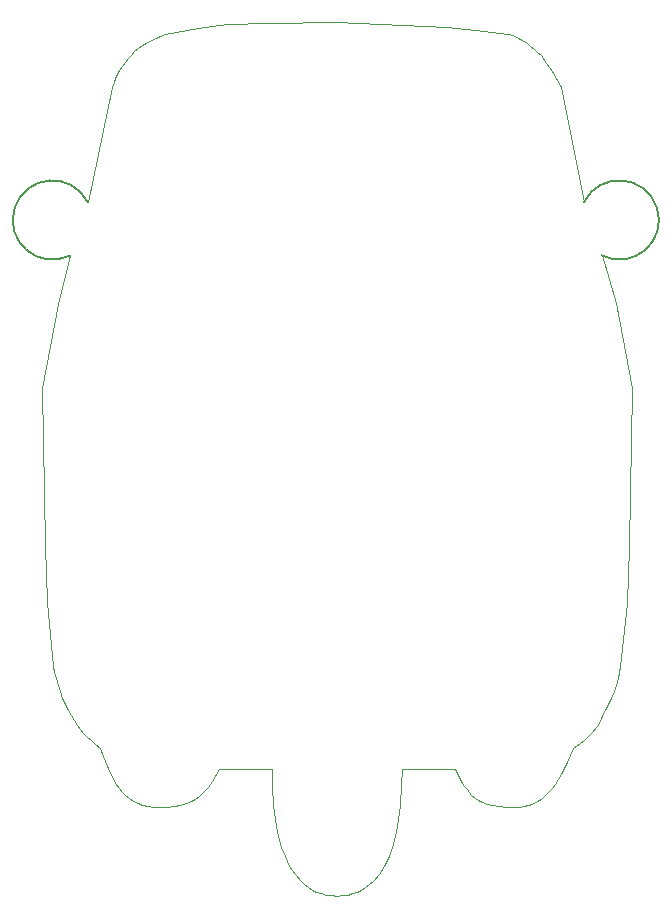
<source format=gm1>
%TF.GenerationSoftware,KiCad,Pcbnew,4.1.0-alpha+201608101232+7015~46~ubuntu16.04.1-product*%
%TF.CreationDate,2016-08-12T11:53:56+05:30*%
%TF.ProjectId,makerauto,6D616B65726175746F2E6B696361645F,rev?*%
%TF.FileFunction,Profile,NP*%
%FSLAX46Y46*%
G04 Gerber Fmt 4.6, Leading zero omitted, Abs format (unit mm)*
G04 Created by KiCad (PCBNEW 4.1.0-alpha+201608101232+7015~46~ubuntu16.04.1-product) date Fri Aug 12 11:53:56 2016*
%MOMM*%
%LPD*%
G01*
G04 APERTURE LIST*
%ADD10C,0.050800*%
%ADD11C,0.150000*%
%ADD12C,0.100000*%
G04 APERTURE END LIST*
D10*
D11*
X79000000Y-78500000D02*
G75*
G03X77500000Y-83000000I-3000000J-1500000D01*
G01*
X122500000Y-83000000D02*
G75*
G03X121000000Y-78500000I1500000J3000000D01*
G01*
D12*
X86848500Y-129525600D02*
X86318500Y-129635600D01*
X94578440Y-126475600D02*
X90078440Y-126475600D01*
X85738400Y-129705600D02*
X85078500Y-129725600D01*
X104098470Y-134665600D02*
X103648440Y-135365400D01*
X99158421Y-137115400D02*
X98748426Y-137005600D01*
X94948460Y-131295600D02*
X94708440Y-129525600D01*
X88428400Y-128785600D02*
X88108500Y-129015600D01*
X100998430Y-137115400D02*
X100548440Y-137175600D01*
X95388460Y-133055600D02*
X95138460Y-132185600D01*
X97038470Y-135975600D02*
X96508460Y-135365400D01*
X90078440Y-126475600D02*
X89538470Y-127485600D01*
X89368430Y-127755600D02*
X89178440Y-128025600D01*
X76078500Y-117725600D02*
X75558500Y-112315500D01*
X76168500Y-118245600D02*
X76078500Y-117725600D01*
X76298500Y-118785600D02*
X76168500Y-118245600D01*
X76458500Y-119335400D02*
X76298500Y-118785600D01*
X76648500Y-119895600D02*
X76458500Y-119335400D01*
X76858500Y-120445600D02*
X76648500Y-119895600D01*
X77088500Y-120975600D02*
X76858500Y-120445600D01*
X77328500Y-121475600D02*
X77088500Y-120975600D01*
X77578500Y-121935600D02*
X77328500Y-121475600D01*
X78098500Y-122735600D02*
X77578500Y-121935600D01*
X78358500Y-123095600D02*
X78098500Y-122735600D01*
X78638500Y-123425600D02*
X78358500Y-123095600D01*
X78928500Y-123755600D02*
X78638500Y-123425600D01*
X79268500Y-124065600D02*
X78928500Y-123755600D01*
X79648500Y-124395600D02*
X79268500Y-124065600D01*
X80078500Y-124725600D02*
X79648500Y-124395600D01*
X80468500Y-125835400D02*
X80078500Y-124725600D01*
X80888500Y-126815600D02*
X80468500Y-125835400D01*
X81118500Y-127265600D02*
X80888500Y-126815600D01*
X81348500Y-127675600D02*
X81118500Y-127265600D01*
X81608500Y-128055600D02*
X81348500Y-127675600D01*
X81878500Y-128395600D02*
X81608500Y-128055600D01*
X82178500Y-128695600D02*
X81878500Y-128395600D01*
X82498500Y-128965600D02*
X82178500Y-128695600D01*
X82838500Y-129195600D02*
X82498500Y-128965600D01*
X95138460Y-132185600D02*
X94948460Y-131295600D01*
X122018500Y-122945600D02*
X121698500Y-123355600D01*
X122178500Y-122715600D02*
X122018500Y-122945600D01*
X122318500Y-122475600D02*
X122178500Y-122715600D01*
X122458500Y-122215600D02*
X122318500Y-122475600D01*
X122578500Y-121935600D02*
X122458500Y-122215600D01*
X122828500Y-121475600D02*
X122578500Y-121935600D01*
X123068500Y-120975600D02*
X122828500Y-121475600D01*
X123308500Y-120445600D02*
X123068500Y-120975600D01*
X123518500Y-119895600D02*
X123308500Y-120445600D01*
X123708500Y-119335400D02*
X123518500Y-119895600D01*
X123868500Y-118785600D02*
X123708500Y-119335400D01*
X123998500Y-118245600D02*
X123868500Y-118785600D01*
X124078500Y-117725600D02*
X123998500Y-118245600D01*
X124618500Y-112435500D02*
X124078500Y-117725600D01*
X124828500Y-107575500D02*
X124618500Y-112435500D01*
X125098500Y-94225510D02*
X124828500Y-107575500D01*
X123728500Y-87045600D02*
X125098500Y-94225510D01*
X122500000Y-83000000D02*
X123728500Y-87045600D01*
X119068500Y-68755600D02*
X121000000Y-78500000D01*
X118268500Y-67365400D02*
X119068500Y-68755600D01*
X117828500Y-66695600D02*
X118268500Y-67365400D01*
X117338500Y-66065600D02*
X117828500Y-66695600D01*
X117068500Y-65765600D02*
X117338500Y-66065600D01*
X116778500Y-65485600D02*
X117068500Y-65765600D01*
X116478500Y-65225600D02*
X116778500Y-65485600D01*
X116148500Y-64975600D02*
X116478500Y-65225600D01*
X115798500Y-64755600D02*
X116148500Y-64975600D01*
X115418500Y-64555600D02*
X115798500Y-64755600D01*
X115008500Y-64375600D02*
X115418500Y-64555600D01*
X114578500Y-64225600D02*
X115008500Y-64375600D01*
X111818500Y-63875600D02*
X114578500Y-64225600D01*
X101408420Y-137005600D02*
X100998430Y-137115400D01*
X102508460Y-136485600D02*
X102168460Y-136695600D01*
X100548440Y-137175600D02*
X100078450Y-137195600D01*
X83218500Y-129385600D02*
X82838500Y-129195600D01*
X89538470Y-127485600D02*
X89368430Y-127755600D01*
X98358453Y-136865400D02*
X97988440Y-136695600D01*
X102828440Y-136245600D02*
X102508460Y-136485600D01*
X97328440Y-136245600D02*
X97038470Y-135975600D01*
X103648440Y-135365400D02*
X103118430Y-135975600D01*
X104768440Y-133055600D02*
X104468430Y-133885600D01*
X105208440Y-131295600D02*
X105018440Y-132185600D01*
X88958400Y-128295600D02*
X88708400Y-128545600D01*
X87738400Y-129215600D02*
X87318500Y-129385600D01*
X99608453Y-137175600D02*
X99158421Y-137115400D01*
X94708440Y-129525600D02*
X94598470Y-127865400D01*
X100078450Y-137195600D02*
X99608453Y-137175600D01*
X103118430Y-135975600D02*
X102828440Y-136245600D01*
X105448460Y-129525600D02*
X105208440Y-131295600D01*
X105558430Y-127865400D02*
X105448460Y-129525600D01*
X109388500Y-63655600D02*
X111818500Y-63875600D01*
X100078450Y-63265600D02*
X109388500Y-63655600D01*
X94228460Y-63295600D02*
X100078450Y-63265600D01*
X90768440Y-63435600D02*
X94228460Y-63295600D01*
X89508460Y-63565600D02*
X90768440Y-63435600D01*
X88338400Y-63725600D02*
X89508460Y-63565600D01*
X85578400Y-64225600D02*
X88338400Y-63725600D01*
X85148400Y-64385600D02*
X85578400Y-64225600D01*
X84738500Y-64565600D02*
X85148400Y-64385600D01*
X84348500Y-64755600D02*
X84738500Y-64565600D01*
X83968500Y-64975600D02*
X84348500Y-64755600D01*
X83608500Y-65205600D02*
X83968500Y-64975600D01*
X83268500Y-65455600D02*
X83608500Y-65205600D01*
X82948500Y-65725600D02*
X83268500Y-65455600D01*
X82648500Y-66005600D02*
X82948500Y-65725600D01*
X82368500Y-66295600D02*
X82648500Y-66005600D01*
X82118500Y-66605600D02*
X82368500Y-66295600D01*
X81878500Y-66935600D02*
X82118500Y-66605600D01*
X81668500Y-67265600D02*
X81878500Y-66935600D01*
X81488500Y-67615400D02*
X81668500Y-67265600D01*
X81328500Y-67975600D02*
X81488500Y-67615400D01*
X81188500Y-68345600D02*
X81328500Y-67975600D01*
X81078500Y-68725600D02*
X81188500Y-68345600D01*
X79000000Y-78500000D02*
X81078500Y-68725600D01*
X76448500Y-87135600D02*
X77500000Y-83000000D01*
X75098500Y-94225510D02*
X76448500Y-87135600D01*
X75348500Y-107475510D02*
X75098500Y-94225510D01*
X75558500Y-112315500D02*
X75348500Y-107475510D01*
X95688420Y-133885600D02*
X95388460Y-133055600D01*
X97648440Y-136485600D02*
X97328440Y-136245600D01*
X96508460Y-135365400D02*
X96058430Y-134665600D01*
X87318500Y-129385600D02*
X86848500Y-129525600D01*
X89178440Y-128025600D02*
X88958400Y-128295600D01*
X88108500Y-129015600D02*
X87738400Y-129215600D01*
X84078500Y-129635600D02*
X83628500Y-129535600D01*
X110078400Y-126475600D02*
X105578440Y-126475600D01*
X85078500Y-129725600D02*
X84558500Y-129705600D01*
X96058430Y-134665600D02*
X95688420Y-133885600D01*
X110078400Y-126475600D02*
X110078400Y-126475600D01*
X110718400Y-127645600D02*
X110078400Y-126475600D01*
X110888500Y-127925600D02*
X110718400Y-127645600D01*
X111068500Y-128195600D02*
X110888500Y-127925600D01*
X111258500Y-128455600D02*
X111068500Y-128195600D01*
X111488400Y-128695600D02*
X111258500Y-128455600D01*
X111748400Y-128915600D02*
X111488400Y-128695600D01*
X112048400Y-129115400D02*
X111748400Y-128915600D01*
X112398400Y-129285600D02*
X112048400Y-129115400D01*
X112798400Y-129435600D02*
X112398400Y-129285600D01*
X113258500Y-129565600D02*
X112798400Y-129435600D01*
X113788500Y-129655600D02*
X113258500Y-129565600D01*
X114398500Y-129705600D02*
X113788500Y-129655600D01*
X115078500Y-129725600D02*
X114398500Y-129705600D01*
X115498500Y-129705600D02*
X115078500Y-129725600D01*
X115898500Y-129645600D02*
X115498500Y-129705600D01*
X116278500Y-129545600D02*
X115898500Y-129645600D01*
X116648500Y-129405600D02*
X116278500Y-129545600D01*
X116998500Y-129225600D02*
X116648500Y-129405600D01*
X117338500Y-129005600D02*
X116998500Y-129225600D01*
X117658500Y-128755600D02*
X117338500Y-129005600D01*
X117968500Y-128455600D02*
X117658500Y-128755600D01*
X118268500Y-128125600D02*
X117968500Y-128455600D01*
X118558500Y-127745600D02*
X118268500Y-128125600D01*
X118828500Y-127335400D02*
X118558500Y-127745600D01*
X119098500Y-126895600D02*
X118828500Y-127335400D01*
X119608500Y-125885600D02*
X119098500Y-126895600D01*
X120078500Y-124725600D02*
X119608500Y-125885600D01*
X120678500Y-124295600D02*
X120078500Y-124725600D01*
X121018500Y-124025600D02*
X120678500Y-124295600D01*
X121358500Y-123715600D02*
X121018500Y-124025600D01*
X121698500Y-123355600D02*
X121358500Y-123715600D01*
X104468430Y-133885600D02*
X104098470Y-134665600D01*
X83628500Y-129535600D02*
X83218500Y-129385600D01*
X102168460Y-136695600D02*
X101798440Y-136865400D01*
X105018440Y-132185600D02*
X104768440Y-133055600D01*
X84558500Y-129705600D02*
X84078500Y-129635600D01*
X97988440Y-136695600D02*
X97648440Y-136485600D01*
X86318500Y-129635600D02*
X85738400Y-129705600D01*
X98748426Y-137005600D02*
X98358453Y-136865400D01*
X88708400Y-128545600D02*
X88428400Y-128785600D01*
X101798440Y-136865400D02*
X101408420Y-137005600D01*
X94598470Y-127865400D02*
X94578440Y-126475600D01*
X105578440Y-126475600D02*
X105558430Y-127865400D01*
M02*

</source>
